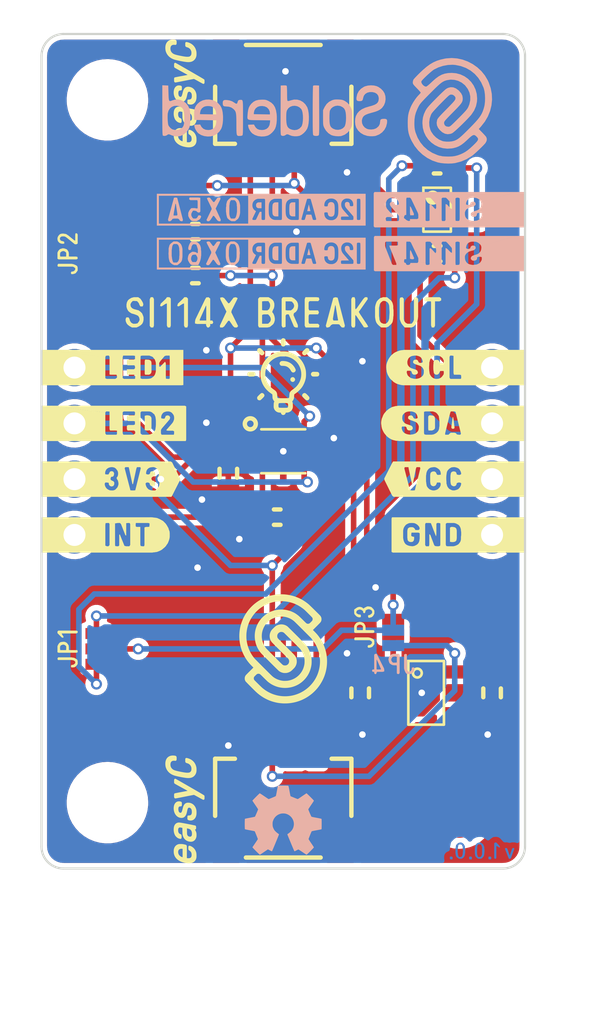
<source format=kicad_pcb>
(kicad_pcb (version 20210623) (generator pcbnew)
  (layers (0 "F.Cu" signal) (31 "B.Cu" signal) (34 "B.Paste" user) (35 "F.Paste" user) (36 "B.SilkS" user "B.Silkscreen") (37 "F.SilkS" user "F.Silkscreen") (38 "B.Mask" user) (39 "F.Mask" user) (44 "Edge.Cuts" user))
  (net 0 "")
  (net 1 "GND")
  (net 2 "3V3")
  (net 3 "Net-(C2-Pad2)")
  (net 4 "SCL_PULL5")
  (net 5 "5V")
  (net 6 "SDA_PULL5")
  (net 7 "SCL_PULL3,3")
  (net 8 "SDA_PULL3,3")
  (net 9 "INT")
  (net 10 "LED2")
  (net 11 "LED1")
  (net 12 "SCL3,3")
  (net 13 "SDA3,3")
  (net 14 "SDA5")
  (net 15 "SCL5")
  (footprint "e-radionica.com footprinti:HEADER_MALE_4X1" (layer "F.Cu") (at 91.5 131 90)
    (fp_text reference "K1")
    (fp_text value "HEADER_MALE_4X1")
    (pad "1" thru_hole circle locked (at -3.81 0 90) (size 1.7 1.7) (drill 1) (layers *.Cu *.Mask) (net 9 "INT"))
    (pad "2" thru_hole circle locked (at -1.27 0 90) (size 1.7 1.7) (drill 1) (layers *.Cu *.Mask) (net 2 "3V3"))
    (pad "3" thru_hole circle locked (at 1.27 0 90) (size 1.7 1.7) (drill 1) (layers *.Cu *.Mask) (net 10 "LED2"))
    (pad "4" thru_hole circle locked (at 3.81 0 90) (size 1.7 1.7) (drill 1) (layers *.Cu *.Mask) (net 11 "LED1"))
  )
  (footprint "e-radionica.com footprinti:HOLE_3.2mm" (layer "F.Cu") (at 93 147)
    (fp_text reference "H2" hide)
    (fp_text value "HOLE_3.2mm" hide)
    (pad "" np_thru_hole circle locked (at 0 0) (size 3.2 3.2) (drill 3.2) (layers F&B.Cu *.Mask))
  )
  (footprint "buzzardLabel" (layer "F.Cu") (at 91.2 122 90)
    (fp_text reference "" (at 0 0 90) (layer "F.SilkS") (effects (font (size 1.27 1.27))))
    (fp_text value "" (at 0 0 90) (layer "F.SilkS") (effects (font (size 1.27 1.27))))
  )
  (footprint "e-radionica.com footprinti:0603R" (layer "F.Cu") (at 108 118 180)
    (fp_text reference "R4")
    (fp_text value "10k")
    (pad "1" smd rect locked (at -0.775 0 270) (size 1 0.64) (layers "F.Cu" "F.Paste" "F.Mask") (net 14 "SDA5"))
    (pad "2" smd rect locked (at 0.775 0 270) (size 1 0.64) (layers "F.Cu" "F.Paste" "F.Mask") (net 6 "SDA_PULL5"))
  )
  (footprint "e-radionica.com footprinti:SMD_JUMPER_3_PAD_TRACE" (layer "F.Cu") (at 92.5 140 -90)
    (fp_text reference "JP1")
    (fp_text value "SMD_JUMPER_3_PAD_TRACE")
    (fp_poly (pts (xy 0.45 0.05) (xy 0.25 0.05) (xy 0.25 -0.05) (xy 0.45 -0.05)) (layer "F.Cu") (width 0.1) (fill solid))
    (fp_poly (pts (xy -0.25 0.05) (xy -0.45 0.05) (xy -0.45 -0.05) (xy -0.25 -0.05)) (layer "F.Cu") (width 0.1) (fill solid))
    (pad "1" smd rect (at -0.7 0 90) (size 0.5 1) (layers "F.Cu" "F.Mask") (net 4 "SCL_PULL5"))
    (pad "2" smd custom (at 0 0 90) (size 0.5 1) (layers "F.Cu" "F.Mask") (net 5 "5V") (options (clearance outline) (anchor rect)) (primitives))
    (pad "3" smd rect (at 0.7 0 90) (size 0.5 1) (layers "F.Cu" "F.Mask") (net 6 "SDA_PULL5"))
  )
  (footprint "e-radionica.com footprinti:0603C" (layer "F.Cu") (at 110.5 142 90)
    (fp_text reference "C3")
    (fp_text value "2.2uF")
    (pad "1" smd rect locked (at -0.73 0 90) (size 0.66 1) (layers "F.Cu" "F.Paste" "F.Mask") (net 1 "GND"))
    (pad "2" smd rect locked (at 0.73 0 90) (size 0.66 1) (layers "F.Cu" "F.Paste" "F.Mask") (net 2 "3V3"))
  )
  (footprint "e-radionica.com footprinti:SOT-363" (layer "F.Cu") (at 108 120)
    (fp_text reference "U2")
    (fp_text value "NMOS-DUAL")
    (pad "1" smd rect (at -0.92 -0.65 90) (size 0.3 0.66) (layers "F.Cu" "F.Paste" "F.Mask") (net 13 "SDA3,3"))
    (pad "2" smd rect (at -0.92 0 90) (size 0.3 0.66) (layers "F.Cu" "F.Paste" "F.Mask") (net 2 "3V3"))
    (pad "3" smd rect (at -0.92 0.65 90) (size 0.3 0.66) (layers "F.Cu" "F.Paste" "F.Mask") (net 15 "SCL5"))
    (pad "4" smd rect (at 0.92 0.65 90) (size 0.3 0.66) (layers "F.Cu" "F.Paste" "F.Mask") (net 12 "SCL3,3"))
    (pad "5" smd rect (at 0.92 0 90) (size 0.3 0.66) (layers "F.Cu" "F.Paste" "F.Mask") (net 2 "3V3"))
    (pad "6" smd rect (at 0.92 -0.65 90) (size 0.3 0.66) (layers "F.Cu" "F.Paste" "F.Mask") (net 14 "SDA5"))
  )
  (footprint "e-radionica.com footprinti:0603R" (layer "F.Cu") (at 100.725 134 180)
    (fp_text reference "R1")
    (fp_text value "10k")
    (pad "1" smd rect locked (at -0.775 0 270) (size 1 0.64) (layers "F.Cu" "F.Paste" "F.Mask") (net 2 "3V3"))
    (pad "2" smd rect locked (at 0.775 0 270) (size 1 0.64) (layers "F.Cu" "F.Paste" "F.Mask") (net 9 "INT"))
  )
  (footprint "buzzardLabel" (layer "F.Cu") (at 112.4 127.19)
    (fp_text reference "" (at 0 0) (layer "F.SilkS") (effects (font (size 1.27 1.27))))
    (fp_text value "" (at 0 0) (layer "F.SilkS") (effects (font (size 1.27 1.27))))
  )
  (footprint "e-radionica.com footprinti:easyC-connector" (layer "F.Cu") (at 101 146.7 180)
    (fp_text reference "K2")
    (fp_text value "easyC-SMD")
    (pad "1" smd rect locked (at -1.5 2.15 180) (size 0.6 1.55) (layers "F.Cu" "F.Paste" "F.Mask") (net 12 "SCL3,3"))
    (pad "2" smd rect locked (at -0.5 2.15 180) (size 0.6 1.55) (layers "F.Cu" "F.Paste" "F.Mask") (net 13 "SDA3,3"))
    (pad "3" smd rect locked (at 0.5 2.15 180) (size 0.6 1.55) (layers "F.Cu" "F.Paste" "F.Mask") (net 2 "3V3"))
    (pad "4" smd rect locked (at 1.5 2.15 180) (size 0.6 1.55) (layers "F.Cu" "F.Paste" "F.Mask") (net 1 "GND"))
    (pad "5" smd rect locked (at -2.6 -2.15 180) (size 1.2 1.8) (layers "F.Cu" "F.Paste" "F.Mask") (net 1 "GND"))
    (pad "5" smd rect locked (at 2.6 -2.15 180) (size 1.2 1.8) (layers "F.Cu" "F.Paste" "F.Mask") (net 1 "GND"))
  )
  (footprint "e-radionica.com footprinti:SOT-23-5" (layer "F.Cu") (at 107.5 142)
    (fp_text reference "U3")
    (fp_text value "SE5218")
    (pad "1" smd rect (at -1.3 -0.95) (size 1.1 0.6) (layers "F.Cu" "F.Paste" "F.Mask") (net 3 "Net-(C2-Pad2)"))
    (pad "2" smd rect (at -1.3 0) (size 1.1 0.6) (layers "F.Cu" "F.Paste" "F.Mask") (net 1 "GND"))
    (pad "3" smd rect (at -1.3 0.95) (size 1.1 0.6) (layers "F.Cu" "F.Paste" "F.Mask") (net 3 "Net-(C2-Pad2)"))
    (pad "4" smd rect (at 1.3 0.95) (size 1.1 0.6) (layers "F.Cu" "F.Paste" "F.Mask"))
    (pad "5" smd rect (at 1.3 -0.95) (size 1.1 0.6) (layers "F.Cu" "F.Paste" "F.Mask") (net 2 "3V3"))
  )
  (footprint "e-radionica.com footprinti:HOLE_3.2mm" (layer "F.Cu") (at 93 115)
    (fp_text reference "H1" hide)
    (fp_text value "HOLE_3.2mm" hide)
    (pad "" np_thru_hole circle locked (at 0 0) (size 3.2 3.2) (drill 3.2) (layers F&B.Cu *.Mask))
  )
  (footprint "buzzardLabel" (layer "F.Cu") (at 104.7 139 90)
    (fp_text reference "" (at 0 0 90) (layer "F.SilkS") (effects (font (size 1.27 1.27))))
    (fp_text value "" (at 0 0 90) (layer "F.SilkS") (effects (font (size 1.27 1.27))))
  )
  (footprint "buzzardLabel" (layer "F.Cu") (at 89.6 134.81)
    (fp_text reference "" (at 0 0) (layer "F.SilkS") (effects (font (size 1.27 1.27))))
    (fp_text value "" (at 0 0) (layer "F.SilkS") (effects (font (size 1.27 1.27))))
  )
  (footprint "e-radionica.com footprinti:SMD-JUMPER-CONNECTED_TRACE_SLODERMASK" (layer "F.Cu") (at 106 139 90)
    (fp_text reference "JP3")
    (fp_text value "SMD-JUMPER-CONNECTED_TRACE_SLODERMASK")
    (fp_poly (pts (xy 0.1 0.1) (xy -0.1 0.1) (xy -0.1 -0.1) (xy 0.1 -0.1)) (layer "F.Cu") (width 0.1) (fill solid))
    (pad "1" smd rect (at -0.35 0 90) (size 0.5 1) (layers "F.Cu" "F.Mask") (net 3 "Net-(C2-Pad2)"))
    (pad "2" smd rect (at 0.35 0 90) (size 0.5 1) (layers "F.Cu" "F.Mask") (net 5 "5V"))
  )
  (footprint "e-radionica.com footprinti:0603R" (layer "F.Cu") (at 97 121 180)
    (fp_text reference "R5")
    (fp_text value "10k")
    (pad "1" smd rect locked (at -0.775 0 270) (size 1 0.64) (layers "F.Cu" "F.Paste" "F.Mask") (net 12 "SCL3,3"))
    (pad "2" smd rect locked (at 0.775 0 270) (size 1 0.64) (layers "F.Cu" "F.Paste" "F.Mask") (net 7 "SCL_PULL3,3"))
  )
  (footprint "Soldered Graphics:Logo-Back-OSH-3.5mm" (layer "F.Cu") (at 101 147.8)
    (fp_text reference "G***" hide)
    (fp_text value "LOGO" hide)
  )
  (footprint "buzzardLabel" (layer "F.Cu") (at 101 124.7)
    (fp_text reference "" (at 0 0) (layer "F.SilkS") (effects (font (size 1.27 1.27))))
    (fp_text value "" (at 0 0) (layer "F.SilkS") (effects (font (size 1.27 1.27))))
  )
  (footprint "Soldered Graphics:Logo-Front-Soldered-5mm" (layer "F.Cu") (at 101 140)
    (fp_text reference "G***" hide)
    (fp_text value "LOGO" hide)
  )
  (footprint "Soldered Graphics:Logo-Back-SolderedFULL-15mm" (layer "F.Cu") (at 103 115.5)
    (fp_text reference "REF**" hide)
    (fp_text value "Logo-Front-SolderedFULL-15mm" hide)
  )
  (footprint "e-radionica.com footprinti:SI1142-A11-GM" (layer "F.Cu") (at 101 131)
    (fp_text reference "U1")
    (fp_text value "SI1142-A11-GM")
    (pad "1" smd rect (at -0.95 -0.75) (size 0.8 0.3) (layers "F.Cu" "F.Paste" "F.Mask") (net 13 "SDA3,3"))
    (pad "2" smd rect (at -0.95 -0.25) (size 0.8 0.3) (layers "F.Cu" "F.Paste" "F.Mask") (net 12 "SCL3,3"))
    (pad "3" smd rect (at -0.95 0.25) (size 0.8 0.3) (layers "F.Cu" "F.Paste" "F.Mask") (net 2 "3V3"))
    (pad "4" smd rect (at -0.95 0.75) (size 0.8 0.3) (layers "F.Cu" "F.Paste" "F.Mask") (net 9 "INT"))
    (pad "5" smd rect (at 0 0.95 90) (size 0.8 0.3) (layers "F.Cu" "F.Paste" "F.Mask"))
    (pad "6" smd rect (at 0.95 0.75 180) (size 0.8 0.3) (layers "F.Cu" "F.Paste" "F.Mask") (net 10 "LED2"))
    (pad "7" smd rect (at 0.95 0.25 180) (size 0.8 0.3) (layers "F.Cu" "F.Paste" "F.Mask") (net 2 "3V3"))
    (pad "8" smd rect (at 0.95 -0.25 180) (size 0.8 0.3) (layers "F.Cu" "F.Paste" "F.Mask") (net 1 "GND"))
    (pad "9" smd rect (at 0.95 -0.75 180) (size 0.8 0.3) (layers "F.Cu" "F.Paste" "F.Mask") (net 11 "LED1"))
    (pad "10" smd rect (at 0 -0.95 270) (size 0.8 0.3) (layers "F.Cu" "F.Paste" "F.Mask"))
  )
  (footprint "Soldered Graphics:Logo-Front-easyC-5mm" (layer "F.Cu") (at 96.5 147.3 90)
    (fp_text reference "G***" hide)
    (fp_text value "LOGO" hide)
  )
  (footprint "e-radionica.com footprinti:FIDUCIAL_23" (layer "F.Cu") (at 109 147.5)
    (fp_text reference "FD1")
    (fp_text value "FIDUCIAL")
    (fp_circle (center 0 0) (end 1 0) (layer "F.Cu") (width 0.2) (fill none))
    (pad "1" smd circle (at 0 0) (size 1 1) (layers "F.Cu" "F.Paste" "F.Mask") (clearance 1.1))
  )
  (footprint "buzzardLabel" (layer "F.Cu") (at 91.2 140 90)
    (fp_text reference "" (at 0 0 90) (layer "F.SilkS") (effects (font (size 1.27 1.27))))
    (fp_text value "" (at 0 0 90) (layer "F.SilkS") (effects (font (size 1.27 1.27))))
  )
  (footprint "buzzardLabel" (layer "F.Cu") (at 112.4 132.27)
    (fp_text reference "" (at 0 0) (layer "F.SilkS") (effects (font (size 1.27 1.27))))
    (fp_text value "" (at 0 0) (layer "F.SilkS") (effects (font (size 1.27 1.27))))
  )
  (footprint "Soldered Graphics:Logo-Front-easyC-5mm" (layer "F.Cu") (at 96.5 114.7 90)
    (fp_text reference "G***" hide)
    (fp_text value "LOGO" hide)
  )
  (footprint "Soldered Graphics:Symbol-Front-Light" (layer "F.Cu") (at 101 127.6)
    (fp_text reference "G***" hide)
    (fp_text value "LOGO" hide)
  )
  (footprint "e-radionica.com footprinti:0603C" (layer "F.Cu") (at 98.5 132 90)
    (fp_text reference "C1")
    (fp_text value "0.1uF")
    (pad "1" smd rect locked (at -0.73 0 90) (size 0.66 1) (layers "F.Cu" "F.Paste" "F.Mask") (net 1 "GND"))
    (pad "2" smd rect locked (at 0.73 0 90) (size 0.66 1) (layers "F.Cu" "F.Paste" "F.Mask") (net 2 "3V3"))
  )
  (footprint "e-radionica.com footprinti:0603R" (layer "F.Cu") (at 108 122 180)
    (fp_text reference "R3")
    (fp_text value "10k")
    (pad "1" smd rect locked (at -0.775 0 270) (size 1 0.64) (layers "F.Cu" "F.Paste" "F.Mask") (net 4 "SCL_PULL5"))
    (pad "2" smd rect locked (at 0.775 0 270) (size 1 0.64) (layers "F.Cu" "F.Paste" "F.Mask") (net 15 "SCL5"))
  )
  (footprint "buzzardLabel" (layer "F.Cu") (at 112.4 134.81)
    (fp_text reference "" (at 0 0) (layer "F.SilkS") (effects (font (size 1.27 1.27))))
    (fp_text value "" (at 0 0) (layer "F.SilkS") (effects (font (size 1.27 1.27))))
  )
  (footprint "buzzardLabel" (layer "F.Cu") (at 112.4 129.73)
    (fp_text reference "" (at 0 0) (layer "F.SilkS") (effects (font (size 1.27 1.27))))
    (fp_text value "" (at 0 0) (layer "F.SilkS") (effects (font (size 1.27 1.27))))
  )
  (footprint "e-radionica.com footprinti:0603R" (layer "F.Cu") (at 97 123)
    (fp_text reference "R2")
    (fp_text value "10k")
    (pad "1" smd rect locked (at -0.775 0 90) (size 1 0.64) (layers "F.Cu" "F.Paste" "F.Mask") (net 8 "SDA_PULL3,3"))
    (pad "2" smd rect locked (at 0.775 0 90) (size 1 0.64) (layers "F.Cu" "F.Paste" "F.Mask") (net 13 "SDA3,3"))
  )
  (footprint "buzzardLabel" (layer "F.Cu") (at 89.6 127.19)
    (fp_text reference "" (at 0 0) (layer "F.SilkS") (effects (font (size 1.27 1.27))))
    (fp_text value "" (at 0 0) (layer "F.SilkS") (effects (font (size 1.27 1.27))))
  )
  (footprint "e-radionica.com footprinti:easyC-connector" (layer "F.Cu") (at 101 115.3)
    (fp_text reference "K4")
    (fp_text value "easyC-SMD")
    (pad "1" smd rect locked (at -1.5 2.15) (size 0.6 1.55) (layers "F.Cu" "F.Paste" "F.Mask") (net 12 "SCL3,3"))
    (pad "2" smd rect locked (at -0.5 2.15) (size 0.6 1.55) (layers "F.Cu" "F.Paste" "F.Mask") (net 13 "SDA3,3"))
    (pad "3" smd rect locked (at 0.5 2.15) (size 0.6 1.55) (layers "F.Cu" "F.Paste" "F.Mask") (net 2 "3V3"))
    (pad "4" smd rect locked (at 1.5 2.15) (size 0.6 1.55) (layers "F.Cu" "F.Paste" "F.Mask") (net 1 "GND"))
    (pad "5" smd rect locked (at 2.6 -2.15) (size 1.2 1.8) (layers "F.Cu" "F.Paste" "F.Mask") (net 1 "GND"))
    (pad "5" smd rect locked (at -2.6 -2.15) (size 1.2 1.8) (layers "F.Cu" "F.Paste" "F.Mask") (net 1 "GND"))
  )
  (footprint "e-radionica.com footprinti:SMD_JUMPER_3_PAD_TRACE" (layer "F.Cu") (at 92.5 122 -90)
    (fp_text reference "JP2")
    (fp_text value "SMD_JUMPER_3_PAD_TRACE")
    (fp_poly (pts (xy 0.45 0.05) (xy 0.25 0.05) (xy 0.25 -0.05) (xy 0.45 -0.05)) (layer "F.Cu") (width 0.1) (fill solid))
    (fp_poly (pts (xy -0.25 0.05) (xy -0.45 0.05) (xy -0.45 -0.05) (xy -0.25 -0.05)) (layer "F.Cu") (width 0.1) (fill solid))
    (pad "1" smd rect (at -0.7 0 90) (size 0.5 1) (layers "F.Cu" "F.Mask") (net 7 "SCL_PULL3,3"))
    (pad "2" smd custom (at 0 0 90) (size 0.5 1) (layers "F.Cu" "F.Mask") (net 2 "3V3") (options (clearance outline) (anchor rect)) (primitives))
    (pad "3" smd rect (at 0.7 0 90) (size 0.5 1) (layers "F.Cu" "F.Mask") (net 8 "SDA_PULL3,3"))
  )
  (footprint "e-radionica.com footprinti:0603C" (layer "F.Cu") (at 104.5 142 90)
    (fp_text reference "C2")
    (fp_text value "2.2uF")
    (pad "1" smd rect locked (at -0.73 0 90) (size 0.66 1) (layers "F.Cu" "F.Paste" "F.Mask") (net 1 "GND"))
    (pad "2" smd rect locked (at 0.73 0 90) (size 0.66 1) (layers "F.Cu" "F.Paste" "F.Mask") (net 3 "Net-(C2-Pad2)"))
  )
  (footprint "e-radionica.com footprinti:HEADER_MALE_4X1" (layer "F.Cu") (at 110.5 131 90)
    (fp_text reference "K3")
    (fp_text value "HEADER_MALE_4X1")
    (pad "1" thru_hole circle locked (at -3.81 0 90) (size 1.7 1.7) (drill 1) (layers *.Cu *.Mask) (net 1 "GND"))
    (pad "2" thru_hole circle locked (at -1.27 0 90) (size 1.7 1.7) (drill 1) (layers *.Cu *.Mask) (net 5 "5V"))
    (pad "3" thru_hole circle locked (at 1.27 0 90) (size 1.7 1.7) (drill 1) (layers *.Cu *.Mask) (net 14 "SDA5"))
    (pad "4" thru_hole circle locked (at 3.81 0 90) (size 1.7 1.7) (drill 1) (layers *.Cu *.Mask) (net 15 "SCL5"))
  )
  (footprint "buzzardLabel" (layer "F.Cu") (at 89.6 129.73)
    (fp_text reference "" (at 0 0) (layer "F.SilkS") (effects (font (size 1.27 1.27))))
    (fp_text value "" (at 0 0) (layer "F.SilkS") (effects (font (size 1.27 1.27))))
  )
  (footprint "buzzardLabel" (layer "F.Cu") (at 89.6 132.27)
    (fp_text reference "" (at 0 0) (layer "F.SilkS") (effects (font (size 1.27 1.27))))
    (fp_text value "" (at 0 0) (layer "F.SilkS") (effects (font (size 1.27 1.27))))
  )
  (footprint "Soldered Graphics:Version1.0.0." (layer "B.Cu") (at 110 149.2 180)
    (fp_text reference "Ref**" hide)
    (fp_text value "Val**" hide)
    (fp_poly (pts (xy 0.43 -0.38) (xy 0.48 -0.38) (xy 0.54 -0.37) (xy 0.54 -0.33) (xy 0.54 -0.27) (xy 0.5 -0.26) (xy 0.45 -0.26) (xy 0.42 -0.29) (xy 0.42 -0.34) (xy 0.43 -0.38)) (layer "B.Cu") (width 0.01) (fill solid))
    (fp_poly (pts (xy -0.67 -0.35) (xy -0.62 -0.35) (xy -0.6 -0.31) (xy -0.6 0.35) (xy -0.64 0.38) (xy -0.69 0.38) (xy -0.73 0.34) (xy -0.84 0.22) (xy -0.86 0.17) (xy -0.83 0.16) (xy -0.73 0.22) (xy -0.69 0.23) (xy -0.69 -0.31) (xy -0.67 -0.35)) (layer "B.Cu") (width 0.01) (fill solid))
    (fp_poly (pts (xy 0.93 -0.35) (xy 0.99 -0.35) (xy 1.04 -0.33) (xy 1.01 -0.28) (xy 0.91 -0.28) (xy 0.87 -0.25) (xy 0.85 -0.2) (xy 0.83 -0.15) (xy 0.83 -0.11) (xy 0.82 0.01) (xy 0.83 0.13) (xy 0.83 0.17) (xy 0.84 0.22) (xy 0.87 0.27) (xy 0.9 0.3) (xy 1.01 0.3) (xy 1.04 0.26) (xy 1.05 0.21) (xy 1.06 0.15) (xy 1.07 0.05) (xy 1.07 -0.08) (xy 1.06 -0.12) (xy 1.06 -0.17) (xy 1.04 -0.22) (xy 1.02 -0.27) (xy 1.01 -0.28) (xy 1.05 -0.32) (xy 1.09 -0.29) (xy 1.12 -0.26) (xy 1.14 -0.22) (xy 1.15 -0.16) (xy 1.16 -0.11) (xy 1.16 -0.06) (xy 1.16 0.06) (xy 1.16 0.12) (xy 1.15 0.17) (xy 1.14 0.22) (xy 1.13 0.27) (xy 1.1 0.3) (xy 1.06 0.34) (xy 1.01 0.37) (xy 0.95 0.38) (xy 0.9 0.38) (xy 0.84 0.35) (xy 0.8 0.31) (xy 0.78 0.28) (xy 0.75 0.23) (xy 0.74 0.18) (xy 0.74 0.13) (xy 0.73 0.08) (xy 0.73 -0.04) (xy 0.73 -0.1) (xy 0.74 -0.14) (xy 0.75 -0.2) (xy 0.77 -0.25) (xy 0.79 -0.28) (xy 0.83 -0.32) (xy 0.89 -0.35) (xy 0.93 -0.35)) (layer "B.Cu") (width 0.01) (fill solid))
    (fp_poly (pts (xy -1.33 -0.35) (xy -1.27 -0.35) (xy -1.25 -0.31) (xy -1.09 0.1) (xy -1.11 0.13) (xy -1.16 0.13) (xy -1.19 0.1) (xy -1.28 -0.16) (xy -1.3 -0.21) (xy -1.32 -0.17) (xy -1.41 0.09) (xy -1.44 0.13) (xy -1.49 0.13) (xy -1.51 0.1) (xy -1.36 -0.31) (xy -1.33 -0.35)) (layer "B.Cu") (width 0.01) (fill solid))
    (fp_poly (pts (xy 0.06 -0.35) (xy 0.11 -0.35) (xy 0.17 -0.33) (xy 0.13 -0.28) (xy 0.03 -0.28) (xy -0.01 -0.25) (xy -0.03 -0.2) (xy -0.05 -0.15) (xy -0.05 -0.11) (xy -0.05 0.01) (xy -0.05 0.13) (xy -0.05 0.17) (xy -0.03 0.22) (xy -0.01 0.27) (xy 0.02 0.3) (xy 0.13 0.3) (xy 0.16 0.26) (xy 0.18 0.21) (xy 0.18 0.15) (xy 0.19 0.05) (xy 0.19 -0.08) (xy 0.19 -0.12) (xy 0.18 -0.17) (xy 0.16 -0.22) (xy 0.14 -0.27) (xy 0.14 -0.28) (xy 0.17 -0.32) (xy 0.21 -0.29) (xy 0.24 -0.26) (xy 0.26 -0.22) (xy 0.27 -0.16) (xy 0.28 -0.11) (xy 0.28 -0.06) (xy 0.28 0.06) (xy 0.28 0.12) (xy 0.27 0.17) (xy 0.26 0.22) (xy 0.25 0.27) (xy 0.22 0.3) (xy 0.19 0.34) (xy 0.13 0.37) (xy 0.08 0.38) (xy 0.02 0.38) (xy -0.03 0.35) (xy -0.08 0.31) (xy -0.1 0.28) (xy -0.12 0.23) (xy -0.14 0.18) (xy -0.14 0.13) (xy -0.15 0.08) (xy -0.15 -0.04) (xy -0.14 -0.1) (xy -0.14 -0.14) (xy -0.13 -0.2) (xy -0.11 -0.25) (xy -0.08 -0.28) (xy -0.05 -0.32) (xy 0.01 -0.35) (xy 0.06 -0.35)) (layer "B.Cu") (width 0.01) (fill solid))
    (fp_poly (pts (xy 1.31 -0.38) (xy 1.36 -0.38) (xy 1.41 -0.37) (xy 1.42 -0.33) (xy 1.42 -0.27) (xy 1.38 -0.26) (xy 1.33 -0.26) (xy 1.3 -0.29) (xy 1.3 -0.34) (xy 1.31 -0.38)) (layer "B.Cu") (width 0.01) (fill solid))
    (fp_poly (pts (xy -0.44 -0.38) (xy -0.39 -0.38) (xy -0.34 -0.37) (xy -0.34 -0.33) (xy -0.34 -0.27) (xy -0.38 -0.26) (xy -0.43 -0.26) (xy -0.46 -0.29) (xy -0.46 -0.34) (xy -0.44 -0.38)) (layer "B.Cu") (width 0.01) (fill solid))
  )
  (footprint "buzzardLabel" (layer "B.Cu") (at 97.4 120 180)
    (fp_text reference "" (at 0 0) (layer "B.SilkS") (effects (font (size 1.27 1.27)) (justify mirror)))
    (fp_text value "" (at 0 0) (layer "B.SilkS") (effects (font (size 1.27 1.27)) (justify mirror)))
  )
  (footprint "Soldered Graphics:Symbol-Front-I2C-ADDR-Field" (layer "B.Cu") (at 100 120 180)
    (fp_text reference "REF**" hide)
    (fp_text value "Symbol-Front-I2C-ADDR-Field" hide)
  )
  (footprint "buzzardLabel" (layer "B.Cu") (at 112.4 122 180)
    (fp_text reference "" (at 0 0) (layer "B.SilkS") (effects (font (size 1.27 1.27)) (justify mirror)))
    (fp_text value "" (at 0 0) (layer "B.SilkS") (effects (font (size 1.27 1.27)) (justify mirror)))
  )
  (footprint "buzzardLabel" (layer "B.Cu") (at 97.4 122 180)
    (fp_text reference "" (at 0 0) (layer "B.SilkS") (effects (font (size 1.27 1.27)) (justify mirror)))
    (fp_text value "" (at 0 0) (layer "B.SilkS") (effects (font (size 1.27 1.27)) (justify mirror)))
  )
  (footprint "buzzardLabel" (layer "B.Cu") (at 112.4 120 180)
    (fp_text reference "" (at 0 0) (layer "B.SilkS") (effects (font (size 1.27 1.27)) (justify mirror)))
    (fp_text value "" (at 0 0) (layer "B.SilkS") (effects (font (size 1.27 1.27)) (justify mirror)))
  )
  (footprint "e-radionica.com footprinti:SMD_JUMPER" (layer "B.Cu") (at 106 139.5 -90)
    (fp_text reference "JP4")
    (fp_text value "SMD_JUMPER")
    (pad "1" smd rect (at -0.35 0 270) (size 0.5 1) (layers "B.Cu" "B.Mask") (net 5 "5V"))
    (pad "2" smd rect (at 0.35 0 270) (size 0.5 1) (layers "B.Cu" "B.Mask") (net 2 "3V3"))
  )
  (footprint "Soldered Graphics:Symbol-Front-I2C-ADDR-Field" (layer "B.Cu") (at 100 122 180)
    (fp_text reference "REF**" hide)
    (fp_text value "Symbol-Front-I2C-ADDR-Field" hide)
  )
  (footprint "buzzardLabel" (layer "B.Cu") (at 106 140.7 180)
    (fp_text reference "" (at 0 0) (layer "B.SilkS") (effects (font (size 1.27 1.27)) (justify mirror)))
    (fp_text value "" (at 0 0) (layer "B.SilkS") (effects (font (size 1.27 1.27)) (justify mirror)))
  )
  (gr_arc (start 111 113) (end 112 113) (angle -90) (layer "Edge.Cuts") (width 0.1))
  (gr_line (start 111 150) (end 91 150) (layer "Edge.Cuts") (width 0.1))
  (gr_arc (start 91 113) (end 91 112) (angle -90) (layer "Edge.Cuts") (width 0.1))
  (gr_line (start 112 113) (end 112 149) (layer "Edge.Cuts") (width 0.1))
  (gr_arc (start 91 149) (end 91 150) (angle 90) (layer "Edge.Cuts") (width 0.1))
  (gr_arc (start 111 149) (end 112 149) (angle 90) (layer "Edge.Cuts") (width 0.1))
  (gr_line (start 90 149) (end 90 113) (layer "Edge.Cuts") (width 0.1))
  (gr_line (start 91 112) (end 111 112) (layer "Edge.Cuts") (width 0.1))
  (segment (start 101.95 130.75) (end 102.95 130.75) (width 0.254) (layer "F.Cu") (net 1))
  (segment (start 102.95 130.75) (end 103.3 130.4) (width 0.254) (layer "F.Cu") (net 1))
  (segment (start 101.296 130.75) (end 101.046 131) (width 0.254) (layer "F.Cu") (net 1))
  (segment (start 101.046 131) (end 101 131) (width 0.254) (layer "F.Cu") (net 1))
  (segment (start 101.95 130.75) (end 101.296 130.75) (width 0.254) (layer "F.Cu") (net 1))
  (via (at 103.9 118.3) (size 0.5) (drill 0.3) (layers "F.Cu" "B.Cu") (net 1))
  (via (at 110.3 143.9) (size 0.5) (drill 0.3) (layers "F.Cu" "B.Cu") (net 1))
  (via (at 103.9 140.2) (size 0.5) (drill 0.3) (layers "F.Cu" "B.Cu") (net 1))
  (via (at 101 131) (size 0.5) (drill 0.3) (layers "F.Cu" "B.Cu") (net 1))
  (via (at 104.6 126.9) (size 0.5) (drill 0.3) (layers "F.Cu" "B.Cu") (net 1))
  (via (at 101.1 113.7) (size 0.5) (drill 0.3) (layers "F.Cu" "B.Cu") (net 1))
  (via (at 105.2 137.2) (size 0.5) (drill 0.3) (layers "F.Cu" "B.Cu") (net 1))
  (via (at 97.1 136.3) (size 0.5) (drill 0.3) (layers "F.Cu" "B.Cu") (net 1))
  (via (at 101.6 121) (size 0.5) (drill 0.3) (layers "F.Cu" "B.Cu") (net 1))
  (via (at 97.5 126.4) (size 0.5) (drill 0.3) (layers "F.Cu" "B.Cu") (net 1))
  (via (at 98.5 144.4) (size 0.5) (drill 0.3) (layers "F.Cu" "B.Cu") (net 1))
  (via (at 97.5 129.7) (size 0.5) (drill 0.3) (layers "F.Cu" "B.Cu") (net 1))
  (via (at 103.3 130.4) (size 0.5) (drill 0.3) (layers "F.Cu" "B.Cu") (net 1))
  (via (at 104.6 143.9) (size 0.5) (drill 0.3) (layers "F.Cu" "B.Cu") (net 1))
  (via (at 97.3 133.2) (size 0.5) (drill 0.3) (layers "F.Cu" "B.Cu") (net 1))
  (via (at 107.3 142) (size 0.5) (drill 0.3) (layers "F.Cu" "B.Cu") (net 1))
  (via (at 99 135) (size 0.5) (drill 0.3) (layers "F.Cu" "B.Cu") (net 1))
  (segment (start 95.43 132.27) (end 95.93 132.27) (width 0.254) (layer "F.Cu") (net 2))
  (segment (start 91.5 132.27) (end 95.43 132.27) (width 0.254) (layer "F.Cu") (net 2))
  (segment (start 98.52 131.25) (end 98.5 131.27) (width 0.254) (layer "F.Cu") (net 2))
  (segment (start 102.7 120) (end 101.5 118.8) (width 0.254) (layer "F.Cu") (net 2))
  (segment (start 103 133.3) (end 103 131.6) (width 0.254) (layer "F.Cu") (net 2))
  (segment (start 95.93 132.27) (end 96.93 131.27) (width 0.254) (layer "F.Cu") (net 2))
  (segment (start 107.08 120) (end 102.7 120) (width 0.254) (layer "F.Cu") (net 2))
  (segment (start 100.5 144.55) (end 100.5 145.8) (width 0.254) (layer "F.Cu") (net 2))
  (segment (start 102.65 131.25) (end 101.95 131.25) (width 0.254) (layer "F.Cu") (net 2))
  (segment (start 108.8 140.2) (end 108.8 141.05) (width 0.254) (layer "F.Cu") (net 2))
  (segment (start 91.2 119.9) (end 92.2 118.9) (width 0.254) (layer "F.Cu") (net 2))
  (segment (start 96.93 131.27) (end 95.97 131.27) (width 0.254) (layer "F.Cu") (net 2))
  (segment (start 101.5 135.2) (end 101.5 134) (width 0.254) (layer "F.Cu") (net 2))
  (segment (start 100.5 144.55) (end 100.5 136.2) (width 0.254) (layer "F.Cu") (net 2))
  (segment (start 110.5 141.27) (end 109.67 141.27) (width 0.254) (layer "F.Cu") (net 2))
  (segment (start 95.97 131.27) (end 94.1 129.4) (width 0.254) (layer "F.Cu") (net 2))
  (segment (start 92.2 118.9) (end 95.2 118.9) (width 0.254) (layer "F.Cu") (net 2))
  (segment (start 100.05 131.25) (end 98.52 131.25) (width 0.254) (layer "F.Cu") (net 2))
  (segment (start 103 131.6) (end 102.65 131.25) (width 0.254) (layer "F.Cu") (net 2))
  (segment (start 101.5 134) (end 102.3 134) (width 0.254) (layer "F.Cu") (net 2))
  (segment (start 101.5 118.8) (end 101.5 117.5) (width 0.254) (layer "F.Cu") (net 2))
  (segment (start 91.2 122.4) (end 91.2 119.9) (width 0.254) (layer "F.Cu") (net 2))
  (segment (start 94.1 129.4) (end 94.1 126.1) (width 0.254) (layer "F.Cu") (net 2))
  (segment (start 96.93 131.27) (end 98.5 131.27) (width 0.254) (layer "F.Cu") (net 2))
  (segment (start 102.3 134) (end 103 133.3) (width 0.254) (layer "F.Cu") (net 2))
  (segment (start 109.45 141.05) (end 108.8 141.05) (width 0.254) (layer "F.Cu") (net 2))
  (segment (start 109.67 141.27) (end 109.45 141.05) (width 0.254) (layer "F.Cu") (net 2))
  (segment (start 100.5 136.2) (end 101.5 135.2) (width 0.254) (layer "F.Cu") (net 2))
  (segment (start 95.2 118.9) (end 98 118.9) (width 0.254) (layer "F.Cu") (net 2))
  (segment (start 91.2 122.4) (end 91.6 122) (width 0.254) (layer "F.Cu") (net 2))
  (segment (start 94.1 126.1) (end 91.2 123.2) (width 0.254) (layer "F.Cu") (net 2))
  (segment (start 91.6 122) (end 92.5 122) (width 0.254) (layer "F.Cu") (net 2))
  (segment (start 91.2 123.2) (end 91.2 122.4) (width 0.254) (layer "F.Cu") (net 2))
  (segment (start 108.92 120) (end 107.08 120) (width 0.254) (layer "F.Cu") (net 2))
  (via (at 95.43 132.27) (size 0.5) (drill 0.3) (layers "F.Cu" "B.Cu") (net 2))
  (via (at 100.5 136.2) (size 0.5) (drill 0.3) (layers "F.Cu" "B.Cu") (net 2))
  (via (at 108.8 140.2) (size 0.5) (drill 0.3) (layers "F.Cu" "B.Cu") (net 2))
  (via (at 98 118.9) (size 0.5) (drill 0.3) (layers "F.Cu" "B.Cu") (net 2))
  (via (at 101.5 118.8) (size 0.5) (drill 0.3) (layers "F.Cu" "B.Cu") (net 2))
  (via (at 100.5 145.8) (size 0.5) (drill 0.3) (layers "F.Cu" "B.Cu") (net 2))
  (segment (start 98.6 136.2) (end 100.5 136.2) (width 0.254) (layer "B.Cu") (net 2))
  (segment (start 108.8 141.9) (end 108.8 140.2) (width 0.254) (layer "B.Cu") (net 2))
  (segment (start 101.4 118.9) (end 101.5 118.8) (width 0.254) (layer "B.Cu") (net 2))
  (segment (start 98 118.9) (end 101.4 118.9) (width 0.254) (layer "B.Cu") (net 2))
  (segment (start 104.9 145.8) (end 108.8 141.9) (width 0.254) (layer "B.Cu") (net 2))
  (segment (start 106 139.85) (end 108.45 139.85) (width 0.254) (layer "B.Cu") (net 2))
  (segment (start 108.45 139.85) (end 108.8 140.2) (width 0.254) (layer "B.Cu") (net 2))
  (segment (start 95.43 132.27) (end 95.43 133.03) (width 0.254) (layer "B.Cu") (net 2))
  (segment (start 95.43 133.03) (end 98.6 136.2) (width 0.254) (layer "B.Cu") (net 2))
  (segment (start 100.5 145.8) (end 104.9 145.8) (width 0.254) (layer "B.Cu") (net 2))
  (segment (start 104.5 141.27) (end 105.13 141.27) (width 0.254) (layer "F.Cu") (net 3))
  (segment (start 108 142.3) (end 108 141.696172) (width 0.254) (layer "F.Cu") (net 3))
  (segment (start 107.353828 141.05) (end 106.2 141.05) (width 0.254) (layer "F.Cu") (net 3))
  (segment (start 107.35 142.95) (end 108 142.3) (width 0.254) (layer "F.Cu") (net 3))
  (segment (start 105.13 141.27) (end 105.4 141) (width 0.254) (layer "F.Cu") (net 3))
  (segment (start 106.2 142.95) (end 107.35 142.95) (width 0.254) (layer "F.Cu") (net 3))
  (segment (start 108 141.696172) (end 107.353828 141.05) (width 0.254) (layer "F.Cu") (net 3))
  (segment (start 106.15 141) (end 106.2 141.05) (width 0.254) (layer "F.Cu") (net 3))
  (segment (start 106 139.35) (end 106 140.85) (width 0.254) (layer "F.Cu") (net 3))
  (segment (start 105.4 141) (end 106.15 141) (width 0.254) (layer "F.Cu") (net 3))
  (segment (start 106 140.85) (end 106.2 141.05) (width 0.254) (layer "F.Cu") (net 3))
  (segment (start 92.5 139.3) (end 92.5 138.5) (width 0.254) (layer "F.Cu") (net 4))
  (segment (start 108.8 122.025) (end 108.775 122) (width 0.254) (layer "F.Cu") (net 4))
  (segment (start 108.8 123.1) (end 108.8 122.025) (width 0.254) (layer "F.Cu") (net 4))
  (via (at 92.5 138.5) (size 0.5) (drill 0.3) (layers "F.Cu" "B.Cu") (net 4))
  (via (at 108.8 123.1) (size 0.5) (drill 0.3) (layers "F.Cu" "B.Cu") (net 4))
  (segment (start 92.5 138.5) (end 100.5 138.5) (width 0.254) (layer "B.Cu") (net 4))
  (segment (start 100.5 138.5) (end 106.9 132.1) (width 0.254) (layer "B.Cu") (net 4))
  (segment (start 106.9 132.1) (end 106.9 124.3) (width 0.254) (layer "B.Cu") (net 4))
  (segment (start 106.9 124.3) (end 108.1 123.1) (width 0.254) (layer "B.Cu") (net 4))
  (segment (start 108.1 123.1) (end 108.8 123.1) (width 0.254) (layer "B.Cu") (net 4))
  (segment (start 106 138) (end 106 138.65) (width 0.254) (layer "F.Cu") (net 5))
  (segment (start 106 133.9) (end 106 138) (width 0.254) (layer "F.Cu") (net 5))
  (segment (start 92.5 140) (end 94.4 140) (width 0.254) (layer "F.Cu") (net 5))
  (segment (start 110.5 132.27) (end 107.63 132.27) (width 0.254) (layer "F.Cu") (net 5))
  (segment (start 107.63 132.27) (end 106 133.9) (width 0.254) (layer "F.Cu") (net 5))
  (via (at 94.4 140) (size 0.5) (drill 0.3) (layers "F.Cu" "B.Cu") (net 5))
  (via (at 106 138) (size 0.5) (drill 0.3) (layers "F.Cu" "B.Cu") (net 5))
  (segment (start 106 139.15) (end 106 138) (width 0.254) (layer "B.Cu") (net 5))
  (segment (start 94.4 140) (end 102.8 140) (width 0.254) (layer "B.Cu") (net 5))
  (segment (start 103.65 139.15) (end 106 139.15) (width 0.254) (layer "B.Cu") (net 5))
  (segment (start 102.8 140) (end 103.65 139.15) (width 0.254) (layer "B.Cu") (net 5))
  (segment (start 92.5 140.7) (end 92.5 141.6) (width 0.254) (layer "F.Cu") (net 6))
  (segment (start 106.4 118) (end 107.225 118) (width 0.254) (layer "F.Cu") (net 6))
  (via (at 92.5 141.6) (size 0.5) (drill 0.3) (layers "F.Cu" "B.Cu") (net 6))
  (via (at 106.4 118) (size 0.5) (drill 0.3) (layers "F.Cu" "B.Cu") (net 6))
  (segment (start 105.8 131.9) (end 100.2 137.5) (width 0.254) (layer "B.Cu") (net 6))
  (segment (start 92.4 137.5) (end 91.7 138.2) (width 0.254) (layer "B.Cu") (net 6))
  (segment (start 100.2 137.5) (end 92.4 137.5) (width 0.254) (layer "B.Cu") (net 6))
  (segment (start 91.7 138.2) (end 91.7 140.8) (width 0.254) (layer "B.Cu") (net 6))
  (segment (start 105.8 118.6) (end 105.8 131.9) (width 0.254) (layer "B.Cu") (net 6))
  (segment (start 91.7 140.8) (end 92.5 141.6) (width 0.254) (layer "B.Cu") (net 6))
  (segment (start 106.4 118) (end 105.8 118.6) (width 0.254) (layer "B.Cu") (net 6))
  (segment (start 96.225 121) (end 94.3 121) (width 0.254) (layer "F.Cu") (net 7))
  (segment (start 94.3 121) (end 94 121.3) (width 0.254) (layer "F.Cu") (net 7))
  (segment (start 94 121.3) (end 92.5 121.3) (width 0.254) (layer "F.Cu") (net 7))
  (segment (start 96.225 123) (end 94.2 123) (width 0.254) (layer "F.Cu") (net 8))
  (segment (start 93.9 122.7) (end 92.5 122.7) (width 0.254) (layer "F.Cu") (net 8))
  (segment (start 94.2 123) (end 93.9 122.7) (width 0.254) (layer "F.Cu") (net 8))
  (segment (start 100.05 131.75) (end 100.05 133.9) (width 0.254) (layer "F.Cu") (net 9))
  (segment (start 100.05 133.9) (end 99.95 134) (width 0.254) (layer "F.Cu") (net 9))
  (segment (start 99.95 134) (end 94.1 134) (width 0.254) (layer "F.Cu") (net 9))
  (segment (start 94.1 134) (end 93.29 134.81) (width 0.254) (layer "F.Cu") (net 9))
  (segment (start 93.29 134.81) (end 91.5 134.81) (width 0.254) (layer "F.Cu") (net 9))
  (segment (start 101.95 131.75) (end 101.95 132.25) (width 0.254) (layer "F.Cu") (net 10))
  (segment (start 101.95 132.25) (end 102.1 132.4) (width 0.254) (layer "F.Cu") (net 10))
  (via (at 102.1 132.4) (size 0.5) (drill 0.3) (layers "F.Cu" "B.Cu") (net 10))
  (segment (start 102.1 132.4) (end 96.9 132.4) (width 0.254) (layer "B.Cu") (net 10))
  (segment (start 94.23 129.73) (end 91.5 129.73) (width 0.254) (layer "B.Cu") (net 10))
  (segment (start 96.9 132.4) (end 94.23 129.73) (width 0.254) (layer "B.Cu") (net 10))
  (segment (start 101.95 130.25) (end 101.95 129.65) (width 0.254) (layer "F.Cu") (net 11))
  (segment (start 101.95 129.65) (end 102.2 129.4) (width 0.254) (layer "F.Cu") (net 11))
  (via (at 102.2 129.4) (size 0.5) (drill 0.3) (layers "F.Cu" "B.Cu") (net 11))
  (segment (start 102.2 129.4) (end 99.99 127.19) (width 0.254) (layer "B.Cu") (net 11))
  (segment (start 99.99 127.19) (end 91.5 127.19) (width 0.254) (layer "B.Cu") (net 11))
  (segment (start 98.6 126.3) (end 99.5 125.4) (width 0.254) (layer "F.Cu") (net 12))
  (segment (start 109.95 120.65) (end 110.6 120) (width 0.254) (layer "F.Cu") (net 12))
  (segment (start 99.5 120.2) (end 99.5 117.45) (width 0.254) (layer "F.Cu") (net 12))
  (segment (start 99.5 116) (end 99.5 117.45) (width 0.254) (layer "F.Cu") (net 12))
  (segment (start 104.8 136.4) (end 102.5 138.7) (width 0.254) (layer "F.Cu") (net 12))
  (segment (start 99.35 130.75) (end 100.05 130.75) (width 0.254) (layer "F.Cu") (net 12))
  (segment (start 98.6 126.3) (end 98.6 130) (width 0.254) (layer "F.Cu") (net 12))
  (segment (start 110.6 120) (end 110.6 117.3) (width 0.254) (layer "F.Cu") (net 12))
  (segment (start 102.5 126.3) (end 104.8 128.6) (width 0.254) (layer "F.Cu") (net 12))
  (segment (start 100.2 115.3) (end 99.5 116) (width 0.254) (layer "F.Cu") (net 12))
  (segment (start 102.5 138.7) (end 102.5 144.55) (width 0.254) (layer "F.Cu") (net 12))
  (segment (start 99.5 125.4) (end 99.5 120.2) (width 0.254) (layer "F.Cu") (net 12))
  (segment (start 97.775 121) (end 98.7 121) (width 0.254) (layer "F.Cu") (net 12))
  (segment (start 98.6 130) (end 99.35 130.75) (width 0.254) (layer "F.Cu") (net 12))
  (segment (start 108.92 120.65) (end 109.95 120.65) (width 0.254) (layer "F.Cu") (net 12))
  (segment (start 104.8 128.6) (end 104.8 136.4) (width 0.254) (layer "F.Cu") (net 12))
  (segment (start 108.6 115.3) (end 100.2 115.3) (width 0.254) (layer "F.Cu") (net 12))
  (segment (start 110.6 117.3) (end 108.6 115.3) (width 0.254) (layer "F.Cu") (net 12))
  (segment (start 98.7 121) (end 99.5 120.2) (width 0.254) (layer "F.Cu") (net 12))
  (via (at 102.5 126.3) (size 0.5) (drill 0.3) (layers "F.Cu" "B.Cu") (net 12))
  (via (at 98.6 126.3) (size 0.5) (drill 0.3) (layers "F.Cu" "B.Cu") (net 12))
  (segment (start 98.6 126.3) (end 102.5 126.3) (width 0.254) (layer "B.Cu") (net 12))
  (segment (start 100.05 130.25) (end 100.05 125.55) (width 0.254) (layer "F.Cu") (net 13))
  (segment (start 100.05 124.75) (end 100.5 124.3) (width 0.254) (layer "F.Cu") (net 13))
  (segment (start 100.5 116.2) (end 100.8 115.9) (width 0.254) (layer "F.Cu") (net 13))
  (segment (start 100.5 123) (end 100.5 117.45) (width 0.254) (layer "F.Cu") (net 13))
  (segment (start 100.5 117.45) (end 100.5 116.2) (width 0.254) (layer "F.Cu") (net 13))
  (segment (start 101.5 144.55) (end 101.5 139) (width 0.254) (layer "F.Cu") (net 13))
  (segment (start 100.05 125.55) (end 100.05 124.75) (width 0.254) (layer "F.Cu") (net 13))
  (segment (start 97.775 123) (end 98.6 123) (width 0.254) (layer "F.Cu") (net 13))
  (segment (start 103.8 115.9) (end 105.3 117.4) (width 0.254) (layer "F.Cu") (net 13))
  (segment (start 101.5 139) (end 104.2 136.3) (width 0.254) (layer "F.Cu") (net 13))
  (segment (start 104.2 129.6) (end 100.05 125.45) (width 0.254) (layer "F.Cu") (net 13))
  (segment (start 105.3 119) (end 105.65 119.35) (width 0.254) (layer "F.Cu") (net 13))
  (segment (start 100.8 115.9) (end 103.8 115.9) (width 0.254) (layer "F.Cu") (net 13))
  (segment (start 105.3 117.4) (end 105.3 119) (width 0.254) (layer "F.Cu") (net 13))
  (segment (start 104.2 136.3) (end 104.2 129.6) (width 0.254) (layer "F.Cu") (net 13))
  (segment (start 100.5 124.3) (end 100.5 123) (width 0.254) (layer "F.Cu") (net 13))
  (segment (start 105.65 119.35) (end 107.08 119.35) (width 0.254) (layer "F.Cu") (net 13))
  (via (at 98.6 123) (size 0.5) (drill 0.3) (layers "F.Cu" "B.Cu") (net 13))
  (via (at 100.5 123) (size 0.5) (drill 0.3) (layers "F.Cu" "B.Cu") (net 13))
  (segment (start 98.6 123) (end 100.5 123) (width 0.254) (layer "B.Cu") (net 13))
  (segment (start 108.92 118.145) (end 108.775 118) (width 0.254) (layer "F.Cu") (net 14))
  (segment (start 108.875 118.1) (end 108.775 118) (width 0.254) (layer "F.Cu") (net 14))
  (segment (start 108.92 119.35) (end 108.92 118.145) (width 0.254) (layer "F.Cu") (net 14))
  (segment (start 109.8 118.1) (end 108.875 118.1) (width 0.254) (layer "F.Cu") (net 14))
  (via (at 109.8 118.1) (size 0.5) (drill 0.3) (layers "F.Cu" "B.Cu") (net 14))
  (segment (start 108 129) (end 108.73 129.73) (width 0.254) (layer "B.Cu") (net 14))
  (segment (start 109.8 118.1) (end 109.8 124.3) (width 0.254) (layer "B.Cu") (net 14))
  (segment (start 108 126.1) (end 108 129) (width 0.254) (layer "B.Cu") (net 14))
  (segment (start 108.73 129.73) (end 110.5 129.73) (width 0.254) (layer "B.Cu") (net 14))
  (segment (start 109.8 124.3) (end 108 126.1) (width 0.254) (layer "B.Cu") (net 14))
  (segment (start 107.08 121.855) (end 107.225 122) (width 0.254) (layer "F.Cu") (net 15))
  (segment (start 107.225 122) (end 107.225 125.725) (width 0.254) (layer "F.Cu") (net 15))
  (segment (start 107.225 125.725) (end 108.69 127.19) (width 0.254) (layer "F.Cu") (net 15))
  (segment (start 107.08 120.65) (end 107.08 121.855) (width 0.254) (layer "F.Cu") (net 15))
  (segment (start 108.69 127.19) (end 110.5 127.19) (width 0.254) (layer "F.Cu") (net 15))
  (zone (net 1) (net_name "GND") (layers F&B.Cu) (connect_pads (clearance 0.254)) (min_thickness 0.2) (fill yes (thermal_gap 0.254) (thermal_bridge_width 0.254))
    (polygon (pts (xy 112 150) (xy 90 150) (xy 90 112) (xy 112 112)))
  )
)
</source>
